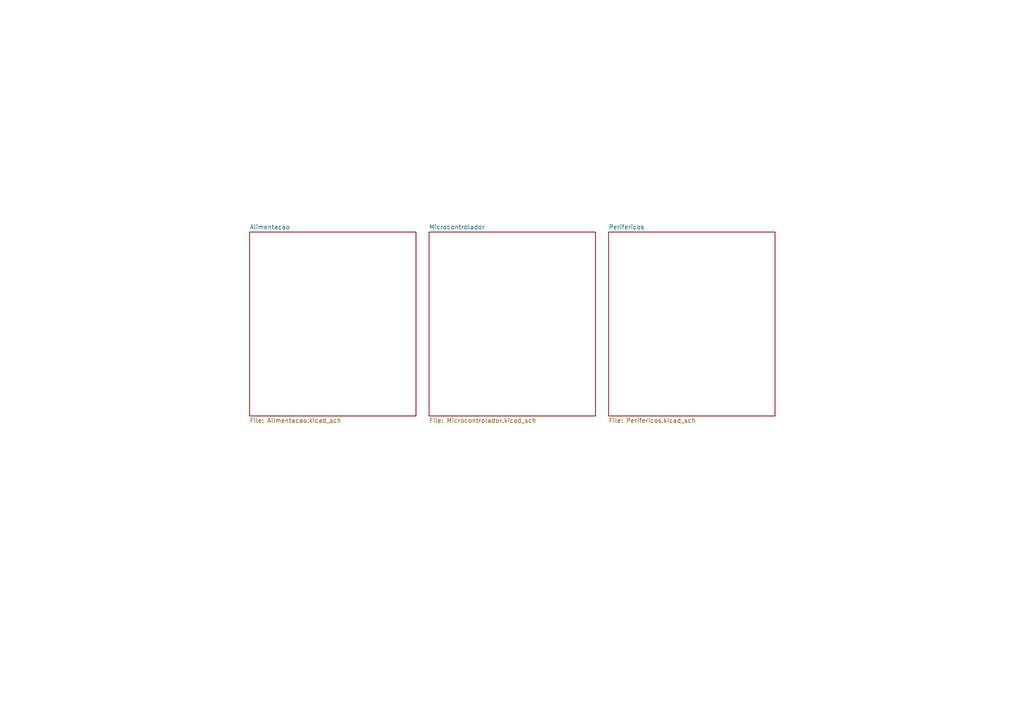
<source format=kicad_sch>
(kicad_sch (version 20211123) (generator eeschema)

  (uuid e63e39d7-6ac0-4ffd-8aa3-1841a4541b55)

  (paper "A4")

  (lib_symbols
  )


  (sheet (at 176.53 67.31) (size 48.26 53.34) (fields_autoplaced)
    (stroke (width 0.1524) (type solid) (color 0 0 0 0))
    (fill (color 0 0 0 0.0000))
    (uuid 59b84cf5-8fad-4fea-b0b7-c97376d20370)
    (property "Sheet name" "Perifericos" (id 0) (at 176.53 66.5984 0)
      (effects (font (size 1.27 1.27)) (justify left bottom))
    )
    (property "Sheet file" "Perifericos.kicad_sch" (id 1) (at 176.53 121.2346 0)
      (effects (font (size 1.27 1.27)) (justify left top))
    )
  )

  (sheet (at 124.46 67.31) (size 48.26 53.34) (fields_autoplaced)
    (stroke (width 0.1524) (type solid) (color 0 0 0 0))
    (fill (color 0 0 0 0.0000))
    (uuid 5c080aa7-74cc-491d-a4fa-a35e9d41b2a9)
    (property "Sheet name" "Microcontrolador" (id 0) (at 124.46 66.5984 0)
      (effects (font (size 1.27 1.27)) (justify left bottom))
    )
    (property "Sheet file" "Microcontrolador.kicad_sch" (id 1) (at 124.46 121.2346 0)
      (effects (font (size 1.27 1.27)) (justify left top))
    )
  )

  (sheet (at 72.39 67.31) (size 48.26 53.34) (fields_autoplaced)
    (stroke (width 0.1524) (type solid) (color 0 0 0 0))
    (fill (color 0 0 0 0.0000))
    (uuid f447e585-df78-4239-b8cb-4653b3837bb1)
    (property "Sheet name" "Alimentacao" (id 0) (at 72.39 66.5984 0)
      (effects (font (size 1.27 1.27)) (justify left bottom))
    )
    (property "Sheet file" "Alimentacao.kicad_sch" (id 1) (at 72.39 121.2346 0)
      (effects (font (size 1.27 1.27)) (justify left top))
    )
  )

  (sheet_instances
    (path "/" (page "1"))
    (path "/f447e585-df78-4239-b8cb-4653b3837bb1" (page "2"))
    (path "/5c080aa7-74cc-491d-a4fa-a35e9d41b2a9" (page "3"))
    (path "/59b84cf5-8fad-4fea-b0b7-c97376d20370" (page "4"))
  )

  (symbol_instances
    (path "/f447e585-df78-4239-b8cb-4653b3837bb1/356dd282-3b89-4fc2-9f45-48274d5e8ce4"
      (reference "#FLG01") (unit 1) (value "PWR_FLAG") (footprint "")
    )
    (path "/f447e585-df78-4239-b8cb-4653b3837bb1/1ab895ab-d2d3-49ae-a6d8-8faa7bbdecec"
      (reference "#FLG02") (unit 1) (value "PWR_FLAG") (footprint "")
    )
    (path "/f447e585-df78-4239-b8cb-4653b3837bb1/f778aadf-244e-4452-90fb-a6aeeb81d996"
      (reference "#FLG03") (unit 1) (value "PWR_FLAG") (footprint "")
    )
    (path "/f447e585-df78-4239-b8cb-4653b3837bb1/daf77b70-e358-4f7f-85bf-16ead36bf2d8"
      (reference "#FLG04") (unit 1) (value "PWR_FLAG") (footprint "")
    )
    (path "/59b84cf5-8fad-4fea-b0b7-c97376d20370/f82df33c-88e5-4de9-945a-2d557c080303"
      (reference "#FLG05") (unit 1) (value "PWR_FLAG") (footprint "")
    )
    (path "/f447e585-df78-4239-b8cb-4653b3837bb1/c417cc6e-95b7-495a-a0cb-46cfa80a7d4d"
      (reference "#PWR01") (unit 1) (value "+BATT") (footprint "")
    )
    (path "/f447e585-df78-4239-b8cb-4653b3837bb1/541c50aa-41e1-4f3f-aab0-46d00c492181"
      (reference "#PWR02") (unit 1) (value "GND") (footprint "")
    )
    (path "/f447e585-df78-4239-b8cb-4653b3837bb1/3ac27189-9446-4dd9-bea8-707e0089b596"
      (reference "#PWR03") (unit 1) (value "GND") (footprint "")
    )
    (path "/5c080aa7-74cc-491d-a4fa-a35e9d41b2a9/c13eef9f-ae9c-4572-9f46-5fdd1510a1fa"
      (reference "#PWR04") (unit 1) (value "VCC") (footprint "")
    )
    (path "/5c080aa7-74cc-491d-a4fa-a35e9d41b2a9/0a4120cb-5073-4714-a8da-9a49188258a4"
      (reference "#PWR05") (unit 1) (value "VCC") (footprint "")
    )
    (path "/f447e585-df78-4239-b8cb-4653b3837bb1/821b8473-d94c-44f9-b212-ef33350ca103"
      (reference "#PWR06") (unit 1) (value "+5V") (footprint "")
    )
    (path "/f447e585-df78-4239-b8cb-4653b3837bb1/0f457b62-78e2-4939-839b-04c876f28f83"
      (reference "#PWR07") (unit 1) (value "VCC") (footprint "")
    )
    (path "/59b84cf5-8fad-4fea-b0b7-c97376d20370/a6c84704-5214-4f3f-bbaf-4c24f44e583a"
      (reference "#PWR08") (unit 1) (value "GND") (footprint "")
    )
    (path "/f447e585-df78-4239-b8cb-4653b3837bb1/992488cc-83e4-4817-87e0-97ee1d3c6619"
      (reference "#PWR09") (unit 1) (value "GND") (footprint "")
    )
    (path "/f447e585-df78-4239-b8cb-4653b3837bb1/b6a50159-da9c-4b28-bd46-5ad1760eede1"
      (reference "#PWR010") (unit 1) (value "VCC") (footprint "")
    )
    (path "/f447e585-df78-4239-b8cb-4653b3837bb1/1c4b02c8-6709-4236-a3db-8a3ed6e1250b"
      (reference "#PWR011") (unit 1) (value "VCC") (footprint "")
    )
    (path "/f447e585-df78-4239-b8cb-4653b3837bb1/db1f6b92-179a-4c80-92d5-7a85455ecfea"
      (reference "#PWR012") (unit 1) (value "GND") (footprint "")
    )
    (path "/f447e585-df78-4239-b8cb-4653b3837bb1/0b40cf2c-142f-4e3e-bd4d-c08b22888c8c"
      (reference "#PWR013") (unit 1) (value "GND") (footprint "")
    )
    (path "/f447e585-df78-4239-b8cb-4653b3837bb1/b88736b5-5d76-4ae2-b1cd-d54b4e9210bf"
      (reference "#PWR014") (unit 1) (value "+5V") (footprint "")
    )
    (path "/f447e585-df78-4239-b8cb-4653b3837bb1/7faa7f5b-e6a5-42a7-862c-e849ff9be354"
      (reference "#PWR015") (unit 1) (value "GND") (footprint "")
    )
    (path "/f447e585-df78-4239-b8cb-4653b3837bb1/e84c2e05-95ec-4bca-860b-fb22eb7ae618"
      (reference "#PWR016") (unit 1) (value "GND") (footprint "")
    )
    (path "/f447e585-df78-4239-b8cb-4653b3837bb1/0d5f5615-1332-408c-b2ea-7c60744532f3"
      (reference "#PWR017") (unit 1) (value "GND") (footprint "")
    )
    (path "/f447e585-df78-4239-b8cb-4653b3837bb1/87d99de0-e475-4d1a-aaf4-b5556331108c"
      (reference "#PWR018") (unit 1) (value "GND") (footprint "")
    )
    (path "/f447e585-df78-4239-b8cb-4653b3837bb1/327ba15d-7f38-44e8-ab25-eca392c7f379"
      (reference "#PWR019") (unit 1) (value "GND") (footprint "")
    )
    (path "/f447e585-df78-4239-b8cb-4653b3837bb1/668bc2fb-a6f4-4c11-9b74-fe27de1a1b38"
      (reference "#PWR020") (unit 1) (value "GND") (footprint "")
    )
    (path "/f447e585-df78-4239-b8cb-4653b3837bb1/81b2108a-9057-42cc-b55d-053cc7d61ede"
      (reference "#PWR021") (unit 1) (value "GND") (footprint "")
    )
    (path "/f447e585-df78-4239-b8cb-4653b3837bb1/d65c14f9-49b4-4ad8-8b31-801af02061d4"
      (reference "#PWR022") (unit 1) (value "GND") (footprint "")
    )
    (path "/5c080aa7-74cc-491d-a4fa-a35e9d41b2a9/e0248574-205a-49de-9026-a3074d1a70fc"
      (reference "#PWR023") (unit 1) (value "VCC") (footprint "")
    )
    (path "/5c080aa7-74cc-491d-a4fa-a35e9d41b2a9/b9d83475-7cbc-4212-b0bb-ef0229d6f5f0"
      (reference "#PWR024") (unit 1) (value "GND") (footprint "")
    )
    (path "/5c080aa7-74cc-491d-a4fa-a35e9d41b2a9/89e97db0-5f4a-4dde-aeae-e86434b6dba7"
      (reference "#PWR025") (unit 1) (value "GND") (footprint "")
    )
    (path "/5c080aa7-74cc-491d-a4fa-a35e9d41b2a9/ff92ec3c-bb9a-4cd0-8480-8134e73ad49a"
      (reference "#PWR026") (unit 1) (value "VCC") (footprint "")
    )
    (path "/5c080aa7-74cc-491d-a4fa-a35e9d41b2a9/80eaa54a-08aa-4ee4-9c1d-c7fa611826a9"
      (reference "#PWR027") (unit 1) (value "VCC") (footprint "")
    )
    (path "/5c080aa7-74cc-491d-a4fa-a35e9d41b2a9/6eb367f9-ea51-4230-a132-8fc5dfa4412a"
      (reference "#PWR028") (unit 1) (value "GND") (footprint "")
    )
    (path "/5c080aa7-74cc-491d-a4fa-a35e9d41b2a9/96a37957-d80e-4b8e-9d32-72d350c7e405"
      (reference "#PWR029") (unit 1) (value "VCC") (footprint "")
    )
    (path "/5c080aa7-74cc-491d-a4fa-a35e9d41b2a9/ebef27ec-5755-420d-9ed1-f2f74ae9557b"
      (reference "#PWR030") (unit 1) (value "GND") (footprint "")
    )
    (path "/5c080aa7-74cc-491d-a4fa-a35e9d41b2a9/ddceb975-e03d-436f-86fa-0e40a94e738f"
      (reference "#PWR031") (unit 1) (value "GND") (footprint "")
    )
    (path "/5c080aa7-74cc-491d-a4fa-a35e9d41b2a9/7ac48c97-4ebe-4193-931a-be3bb29c9b2e"
      (reference "#PWR032") (unit 1) (value "GND") (footprint "")
    )
    (path "/5c080aa7-74cc-491d-a4fa-a35e9d41b2a9/84ef17db-7661-43cf-b8aa-88d2c03cb003"
      (reference "#PWR033") (unit 1) (value "GND") (footprint "")
    )
    (path "/5c080aa7-74cc-491d-a4fa-a35e9d41b2a9/48cf39ce-9e1e-4792-aa95-6d2a0ce86053"
      (reference "#PWR034") (unit 1) (value "GND") (footprint "")
    )
    (path "/5c080aa7-74cc-491d-a4fa-a35e9d41b2a9/6f79e16b-be18-4e94-8e73-bc894888ce76"
      (reference "#PWR035") (unit 1) (value "VDDA") (footprint "")
    )
    (path "/5c080aa7-74cc-491d-a4fa-a35e9d41b2a9/9e40bb9f-348b-4d63-a517-cddcadd8162c"
      (reference "#PWR036") (unit 1) (value "GND") (footprint "")
    )
    (path "/5c080aa7-74cc-491d-a4fa-a35e9d41b2a9/0876c4dd-395c-4772-a5cf-f7ddfebc4239"
      (reference "#PWR037") (unit 1) (value "GND") (footprint "")
    )
    (path "/5c080aa7-74cc-491d-a4fa-a35e9d41b2a9/6a872826-c335-4683-aa10-f7bbc9966469"
      (reference "#PWR038") (unit 1) (value "GND") (footprint "")
    )
    (path "/5c080aa7-74cc-491d-a4fa-a35e9d41b2a9/1b491a1f-0d2a-4ebe-a968-d96048015ba2"
      (reference "#PWR039") (unit 1) (value "GND") (footprint "")
    )
    (path "/5c080aa7-74cc-491d-a4fa-a35e9d41b2a9/131406cc-e5e7-428d-a9c9-1b9ae0573a88"
      (reference "#PWR040") (unit 1) (value "GND") (footprint "")
    )
    (path "/5c080aa7-74cc-491d-a4fa-a35e9d41b2a9/ac2679f0-21c8-4c0f-810b-23f95c1fef2c"
      (reference "#PWR041") (unit 1) (value "GND") (footprint "")
    )
    (path "/5c080aa7-74cc-491d-a4fa-a35e9d41b2a9/e564a980-de07-488c-994e-5066021a84a5"
      (reference "#PWR042") (unit 1) (value "GND") (footprint "")
    )
    (path "/5c080aa7-74cc-491d-a4fa-a35e9d41b2a9/215cc34e-1d0a-4b61-851a-b37e56dd883e"
      (reference "#PWR043") (unit 1) (value "VCC") (footprint "")
    )
    (path "/5c080aa7-74cc-491d-a4fa-a35e9d41b2a9/09517d04-7659-43f1-aa80-fcd0bbf9c7b5"
      (reference "#PWR044") (unit 1) (value "GND") (footprint "")
    )
    (path "/5c080aa7-74cc-491d-a4fa-a35e9d41b2a9/c0ea0020-1648-4bd3-9112-f4f6f2e11ca9"
      (reference "#PWR045") (unit 1) (value "GND") (footprint "")
    )
    (path "/5c080aa7-74cc-491d-a4fa-a35e9d41b2a9/78a6637f-3758-4020-91ba-0f4ff0509a43"
      (reference "#PWR046") (unit 1) (value "VDDA") (footprint "")
    )
    (path "/59b84cf5-8fad-4fea-b0b7-c97376d20370/ea08e61c-83b4-4549-bc98-63092a21711c"
      (reference "#PWR047") (unit 1) (value "GND") (footprint "")
    )
    (path "/59b84cf5-8fad-4fea-b0b7-c97376d20370/b5113034-d22d-47a7-b25a-8f07843f01ff"
      (reference "#PWR048") (unit 1) (value "VDD") (footprint "")
    )
    (path "/59b84cf5-8fad-4fea-b0b7-c97376d20370/d8ac0bdc-1793-418b-b864-a80b3a0a5bda"
      (reference "#PWR049") (unit 1) (value "GND") (footprint "")
    )
    (path "/59b84cf5-8fad-4fea-b0b7-c97376d20370/ace5ab46-37de-4fcc-8506-4b8789b43d4d"
      (reference "#PWR050") (unit 1) (value "GND") (footprint "")
    )
    (path "/59b84cf5-8fad-4fea-b0b7-c97376d20370/5c5840f3-9d0b-49c9-98ba-c40b509ccbc8"
      (reference "#PWR051") (unit 1) (value "GND") (footprint "")
    )
    (path "/59b84cf5-8fad-4fea-b0b7-c97376d20370/c8de0706-3c33-450d-9d0c-1046d28add4d"
      (reference "#PWR052") (unit 1) (value "VDD") (footprint "")
    )
    (path "/59b84cf5-8fad-4fea-b0b7-c97376d20370/13ce92b2-dc7c-4653-840a-3a0589e9db4f"
      (reference "#PWR053") (unit 1) (value "VDD") (footprint "")
    )
    (path "/59b84cf5-8fad-4fea-b0b7-c97376d20370/f20d5e2e-ece3-47e5-8160-12899cb8fddd"
      (reference "#PWR054") (unit 1) (value "GND") (footprint "")
    )
    (path "/59b84cf5-8fad-4fea-b0b7-c97376d20370/caa3d190-2507-42ed-82d9-f9743f59766d"
      (reference "#PWR055") (unit 1) (value "VCC") (footprint "")
    )
    (path "/59b84cf5-8fad-4fea-b0b7-c97376d20370/1dbfe119-2837-4ceb-9076-5a2712ad0b2e"
      (reference "#PWR056") (unit 1) (value "VDD") (footprint "")
    )
    (path "/59b84cf5-8fad-4fea-b0b7-c97376d20370/1f2c9746-24c6-498d-a4be-d64081920190"
      (reference "#PWR057") (unit 1) (value "GND") (footprint "")
    )
    (path "/59b84cf5-8fad-4fea-b0b7-c97376d20370/e95e4adf-6151-4a4c-abd1-f4de4db05223"
      (reference "#PWR058") (unit 1) (value "GND") (footprint "")
    )
    (path "/59b84cf5-8fad-4fea-b0b7-c97376d20370/1a5b3b6b-72f0-4c5f-b599-0c8cfa5b7474"
      (reference "#PWR059") (unit 1) (value "VDDA") (footprint "")
    )
    (path "/59b84cf5-8fad-4fea-b0b7-c97376d20370/45c16f38-dfde-4975-a67e-f56fc51f71b5"
      (reference "#PWR061") (unit 1) (value "GND") (footprint "")
    )
    (path "/59b84cf5-8fad-4fea-b0b7-c97376d20370/1cc601a7-e41c-42e1-8bcc-be44114d71cd"
      (reference "#PWR063") (unit 1) (value "GND") (footprint "")
    )
    (path "/59b84cf5-8fad-4fea-b0b7-c97376d20370/2b0c00bf-310f-4552-83f8-7ae75664003b"
      (reference "#PWR064") (unit 1) (value "GND") (footprint "")
    )
    (path "/59b84cf5-8fad-4fea-b0b7-c97376d20370/46ad2e35-aa6d-45d5-9697-703098bfb093"
      (reference "#PWR065") (unit 1) (value "GND") (footprint "")
    )
    (path "/59b84cf5-8fad-4fea-b0b7-c97376d20370/58a3e919-ed72-4c2f-988d-87c8c06edf17"
      (reference "#PWR066") (unit 1) (value "GND") (footprint "")
    )
    (path "/59b84cf5-8fad-4fea-b0b7-c97376d20370/12d4bf7f-a6da-4d8c-af0b-937e9b1f9dba"
      (reference "#PWR067") (unit 1) (value "GND") (footprint "")
    )
    (path "/59b84cf5-8fad-4fea-b0b7-c97376d20370/8a76e496-95d1-43dd-aeaa-3e210384cde3"
      (reference "#PWR068") (unit 1) (value "VCC") (footprint "")
    )
    (path "/59b84cf5-8fad-4fea-b0b7-c97376d20370/6ff4a66a-8d41-4118-9e10-3a1f743f7429"
      (reference "#PWR069") (unit 1) (value "VCC") (footprint "")
    )
    (path "/59b84cf5-8fad-4fea-b0b7-c97376d20370/9ea260a2-5756-4437-91ce-f1227c78d709"
      (reference "#PWR070") (unit 1) (value "VCC") (footprint "")
    )
    (path "/59b84cf5-8fad-4fea-b0b7-c97376d20370/8d5013e0-c1fb-4b22-b7ec-7ff538ffd2ca"
      (reference "#PWR071") (unit 1) (value "GND") (footprint "")
    )
    (path "/59b84cf5-8fad-4fea-b0b7-c97376d20370/675da010-62c2-4c5c-a01b-454de9cef82c"
      (reference "#PWR072") (unit 1) (value "GND") (footprint "")
    )
    (path "/59b84cf5-8fad-4fea-b0b7-c97376d20370/55f26382-3fd9-435d-b450-07e9629ad9ff"
      (reference "#PWR074") (unit 1) (value "GND") (footprint "")
    )
    (path "/59b84cf5-8fad-4fea-b0b7-c97376d20370/53cdf584-3f57-4286-8090-10815e896117"
      (reference "#PWR075") (unit 1) (value "GND") (footprint "")
    )
    (path "/59b84cf5-8fad-4fea-b0b7-c97376d20370/d5eb0ba4-4810-4c2d-b211-9c14d67103dc"
      (reference "#PWR076") (unit 1) (value "GND") (footprint "")
    )
    (path "/f447e585-df78-4239-b8cb-4653b3837bb1/4a695d50-1b0f-4e0b-906e-604e9c972d5c"
      (reference "#PWR077") (unit 1) (value "GND") (footprint "")
    )
    (path "/59b84cf5-8fad-4fea-b0b7-c97376d20370/1b1f6ade-3837-452d-9d9e-a1e8b863cf33"
      (reference "#PWR078") (unit 1) (value "GND") (footprint "")
    )
    (path "/59b84cf5-8fad-4fea-b0b7-c97376d20370/612dae41-4720-4d59-9e45-92f3d3341daa"
      (reference "#PWR083") (unit 1) (value "GND") (footprint "")
    )
    (path "/59b84cf5-8fad-4fea-b0b7-c97376d20370/078960a2-3f45-46d9-aa8b-3229fb55e23b"
      (reference "#PWR084") (unit 1) (value "GND") (footprint "")
    )
    (path "/59b84cf5-8fad-4fea-b0b7-c97376d20370/054a064a-9af0-49ac-b440-30a35afb4a47"
      (reference "#PWR085") (unit 1) (value "VCC") (footprint "")
    )
    (path "/59b84cf5-8fad-4fea-b0b7-c97376d20370/a821ff57-105e-4f10-afc5-a43a73b78e42"
      (reference "#PWR086") (unit 1) (value "GND") (footprint "")
    )
    (path "/59b84cf5-8fad-4fea-b0b7-c97376d20370/13c3c3c2-ea73-48af-bb78-813ad8b47bef"
      (reference "#PWR087") (unit 1) (value "VCC") (footprint "")
    )
    (path "/f447e585-df78-4239-b8cb-4653b3837bb1/84506c02-319d-41e9-a844-98920f1498b7"
      (reference "#PWR0101") (unit 1) (value "+BATT") (footprint "")
    )
    (path "/f447e585-df78-4239-b8cb-4653b3837bb1/241b96ea-588c-4e15-8522-1608c2da59db"
      (reference "#PWR0102") (unit 1) (value "+5V") (footprint "")
    )
    (path "/f447e585-df78-4239-b8cb-4653b3837bb1/d8ef7f96-cc14-4e47-a4ed-ef7c0854d09b"
      (reference "#PWR0103") (unit 1) (value "GND") (footprint "")
    )
    (path "/59b84cf5-8fad-4fea-b0b7-c97376d20370/0a673264-8f3e-4815-8b3a-83710dc258c9"
      (reference "#PWR0104") (unit 1) (value "VCC") (footprint "")
    )
    (path "/59b84cf5-8fad-4fea-b0b7-c97376d20370/0b6c0a91-b52d-4b04-aa78-729155de2d10"
      (reference "#PWR0105") (unit 1) (value "GND") (footprint "")
    )
    (path "/59b84cf5-8fad-4fea-b0b7-c97376d20370/7518c1ca-246c-491a-ab73-82decdd825da"
      (reference "#PWR0106") (unit 1) (value "GND") (footprint "")
    )
    (path "/59b84cf5-8fad-4fea-b0b7-c97376d20370/98c843e0-e8ec-4df6-99b1-11cc99100ee7"
      (reference "#PWR0107") (unit 1) (value "GND") (footprint "")
    )
    (path "/59b84cf5-8fad-4fea-b0b7-c97376d20370/aff1c824-87f1-4da2-906c-15aec80ec9f4"
      (reference "#PWR0108") (unit 1) (value "VDD") (footprint "")
    )
    (path "/f447e585-df78-4239-b8cb-4653b3837bb1/43a3e8a3-669d-41d7-a052-2d4b5e829645"
      (reference "C1") (unit 1) (value "4.7uF") (footprint "Capacitor_SMD:C_0603_1608Metric")
    )
    (path "/f447e585-df78-4239-b8cb-4653b3837bb1/8a3d61ea-4d37-4abd-af6e-f2c969a6dc9c"
      (reference "C2") (unit 1) (value "10uF") (footprint "Capacitor_SMD:C_0603_1608Metric")
    )
    (path "/f447e585-df78-4239-b8cb-4653b3837bb1/449ba040-f8ff-4229-b91c-413a62ce1b41"
      (reference "C3") (unit 1) (value "100nF") (footprint "Capacitor_SMD:C_0402_1005Metric")
    )
    (path "/f447e585-df78-4239-b8cb-4653b3837bb1/526fe3c1-5e52-483e-973f-a9aaecf8b3a4"
      (reference "C4") (unit 1) (value "100nF") (footprint "Capacitor_SMD:C_0402_1005Metric")
    )
    (path "/f447e585-df78-4239-b8cb-4653b3837bb1/326e7e4d-8909-44e4-a78d-cc5202d86ee5"
      (reference "C5") (unit 1) (value "22uF") (footprint "Capacitor_SMD:C_0603_1608Metric")
    )
    (path "/f447e585-df78-4239-b8cb-4653b3837bb1/c4dc80cb-22f1-41f3-a41c-e35d35ada942"
      (reference "C6") (unit 1) (value "22uF") (footprint "Capacitor_SMD:C_0603_1608Metric")
    )
    (path "/f447e585-df78-4239-b8cb-4653b3837bb1/75a0207d-9e8b-469e-9280-6141ef770821"
      (reference "C7") (unit 1) (value "22uF") (footprint "Capacitor_SMD:C_0603_1608Metric")
    )
    (path "/5c080aa7-74cc-491d-a4fa-a35e9d41b2a9/445391b4-eb4c-47dc-9769-1479ed41a761"
      (reference "C8") (unit 1) (value "4.7uF") (footprint "Capacitor_SMD:C_0603_1608Metric")
    )
    (path "/5c080aa7-74cc-491d-a4fa-a35e9d41b2a9/841b60a4-3888-4360-a243-d963cd11ff0b"
      (reference "C9") (unit 1) (value "100nF") (footprint "Capacitor_SMD:C_0402_1005Metric")
    )
    (path "/5c080aa7-74cc-491d-a4fa-a35e9d41b2a9/2ece63b8-349a-453a-8c5a-0053aa4b4461"
      (reference "C10") (unit 1) (value "10nF") (footprint "Capacitor_SMD:C_0603_1608Metric")
    )
    (path "/5c080aa7-74cc-491d-a4fa-a35e9d41b2a9/7042817a-cf98-4207-a533-7dd60c1eacc0"
      (reference "C11") (unit 1) (value "10nF") (footprint "Capacitor_SMD:C_0603_1608Metric")
    )
    (path "/5c080aa7-74cc-491d-a4fa-a35e9d41b2a9/4f313acb-ba33-4147-91fe-512db4a91547"
      (reference "C12") (unit 1) (value "100nF") (footprint "Capacitor_SMD:C_0402_1005Metric")
    )
    (path "/5c080aa7-74cc-491d-a4fa-a35e9d41b2a9/5025bf25-9546-4af9-9241-0bcfa4279aa0"
      (reference "C13") (unit 1) (value "1uF") (footprint "Capacitor_SMD:C_0402_1005Metric")
    )
    (path "/5c080aa7-74cc-491d-a4fa-a35e9d41b2a9/6a6087c0-1ad6-4c74-bf90-3af1926729e4"
      (reference "C14") (unit 1) (value "100nF") (footprint "Capacitor_SMD:C_0402_1005Metric")
    )
    (path "/5c080aa7-74cc-491d-a4fa-a35e9d41b2a9/2f6e00ee-b073-4b15-bb07-a0fb7f966cec"
      (reference "C15") (unit 1) (value "10nF") (footprint "Capacitor_SMD:C_0402_1005Metric")
    )
    (path "/5c080aa7-74cc-491d-a4fa-a35e9d41b2a9/1164edf8-72f9-4fb4-ab26-64727fd29fe1"
      (reference "C16") (unit 1) (value "100nF") (footprint "Capacitor_SMD:C_0402_1005Metric")
    )
    (path "/5c080aa7-74cc-491d-a4fa-a35e9d41b2a9/91fd23e9-5697-4bfb-bb40-fb84f2b4a015"
      (reference "C17") (unit 1) (value "12pF") (footprint "Capacitor_SMD:C_0402_1005Metric")
    )
    (path "/5c080aa7-74cc-491d-a4fa-a35e9d41b2a9/cb832405-94be-47fd-9446-a21962143bf1"
      (reference "C18") (unit 1) (value "100nF") (footprint "Capacitor_SMD:C_0402_1005Metric")
    )
    (path "/5c080aa7-74cc-491d-a4fa-a35e9d41b2a9/f00958ce-ca5f-489e-bbc1-9cced2ac1061"
      (reference "C19") (unit 1) (value "12pF") (footprint "Capacitor_SMD:C_0402_1005Metric")
    )
    (path "/59b84cf5-8fad-4fea-b0b7-c97376d20370/154356df-d96a-4426-aa08-058870f95ab8"
      (reference "C20") (unit 1) (value "100nF") (footprint "Capacitor_SMD:C_0603_1608Metric")
    )
    (path "/59b84cf5-8fad-4fea-b0b7-c97376d20370/4ebeaefd-3440-4a18-b3d2-9368b1ba62fd"
      (reference "C21") (unit 1) (value "100nF") (footprint "Capacitor_SMD:C_0603_1608Metric")
    )
    (path "/59b84cf5-8fad-4fea-b0b7-c97376d20370/86c709b5-f359-46e8-9515-263fcab22b0a"
      (reference "C23") (unit 1) (value "22pF") (footprint "Capacitor_SMD:C_0402_1005Metric")
    )
    (path "/59b84cf5-8fad-4fea-b0b7-c97376d20370/bd5cc78f-352d-4ba1-801c-4894750d77d3"
      (reference "C24") (unit 1) (value "22pF") (footprint "Capacitor_SMD:C_0402_1005Metric")
    )
    (path "/59b84cf5-8fad-4fea-b0b7-c97376d20370/307e6e40-9302-46d3-83cb-d6465dec096e"
      (reference "C25") (unit 1) (value "100nF") (footprint "Capacitor_SMD:C_0402_1005Metric")
    )
    (path "/59b84cf5-8fad-4fea-b0b7-c97376d20370/584e14af-7cda-47cc-944c-e4ca9192d7f3"
      (reference "C26") (unit 1) (value "22pF") (footprint "Capacitor_SMD:C_0402_1005Metric")
    )
    (path "/59b84cf5-8fad-4fea-b0b7-c97376d20370/91d4baa6-de13-4b15-a05c-349d000f9daa"
      (reference "C27") (unit 1) (value "220uF") (footprint "Capacitor_Tantalum_SMD:CP_EIA-3528-12_Kemet-T")
    )
    (path "/59b84cf5-8fad-4fea-b0b7-c97376d20370/2d277068-754c-4675-8b3b-096c1cf167a5"
      (reference "C28") (unit 1) (value "220uF") (footprint "Capacitor_Tantalum_SMD:CP_EIA-3528-12_Kemet-T")
    )
    (path "/59b84cf5-8fad-4fea-b0b7-c97376d20370/71b8b32b-5903-45e0-9721-f6a661610aba"
      (reference "C29") (unit 1) (value "100nF") (footprint "Capacitor_SMD:C_0402_1005Metric")
    )
    (path "/59b84cf5-8fad-4fea-b0b7-c97376d20370/8a92bc21-be75-4d9a-9ae1-0e2f214d7795"
      (reference "C30") (unit 1) (value "1uF") (footprint "Capacitor_SMD:C_0402_1005Metric")
    )
    (path "/59b84cf5-8fad-4fea-b0b7-c97376d20370/d99988b4-f8db-4987-87b0-46562e3c2158"
      (reference "C31") (unit 1) (value "100nF") (footprint "Capacitor_SMD:C_0402_1005Metric")
    )
    (path "/59b84cf5-8fad-4fea-b0b7-c97376d20370/2d43e50b-1458-418b-9ec9-aaa78002d7e0"
      (reference "C32") (unit 1) (value "220uF") (footprint "Capacitor_Tantalum_SMD:CP_EIA-3528-12_Kemet-T")
    )
    (path "/59b84cf5-8fad-4fea-b0b7-c97376d20370/c2325d67-0bb0-43e5-b9fe-d67534e4dfad"
      (reference "C34") (unit 1) (value "100nF") (footprint "Capacitor_SMD:C_0402_1005Metric")
    )
    (path "/59b84cf5-8fad-4fea-b0b7-c97376d20370/0f6a3a6c-4738-4ce7-87bb-bbc1eb6a4b0b"
      (reference "C37") (unit 1) (value "220uF") (footprint "Capacitor_Tantalum_SMD:CP_EIA-3528-12_Kemet-T")
    )
    (path "/59b84cf5-8fad-4fea-b0b7-c97376d20370/b90dd60b-3718-48dc-bf42-fbe1c7fffc63"
      (reference "C38") (unit 1) (value "100uF") (footprint "Capacitor_SMD:C_1206_3216Metric")
    )
    (path "/59b84cf5-8fad-4fea-b0b7-c97376d20370/bdc7d4eb-120c-4260-809a-5b1774f3d6db"
      (reference "C39") (unit 1) (value "100nF") (footprint "Capacitor_SMD:C_0402_1005Metric")
    )
    (path "/f447e585-df78-4239-b8cb-4653b3837bb1/5d1bd662-d4f1-43e2-b82f-f95b9618b332"
      (reference "D1") (unit 1) (value "PWR_LED") (footprint "LED_SMD:LED_0603_1608Metric")
    )
    (path "/5c080aa7-74cc-491d-a4fa-a35e9d41b2a9/f0f09bd9-3436-42a6-a6de-416adfc1e836"
      (reference "D2") (unit 1) (value "LED_INFO") (footprint "LED_SMD:LED_0603_1608Metric")
    )
    (path "/59b84cf5-8fad-4fea-b0b7-c97376d20370/169bb170-8b67-4dde-9a35-aaf71eda0e05"
      (reference "D3") (unit 1) (value "LED_NET") (footprint "LED_SMD:LED_0603_1608Metric")
    )
    (path "/59b84cf5-8fad-4fea-b0b7-c97376d20370/7bb6d996-da56-415f-a269-973233fabfc5"
      (reference "D4") (unit 1) (value "PESDHC2FD4V5B") (footprint "Footprint_Library:D_TVS_DFN1006-2L")
    )
    (path "/59b84cf5-8fad-4fea-b0b7-c97376d20370/eeb5c08e-b730-4d38-8903-3927ad475cc8"
      (reference "D6") (unit 1) (value "PESDHC2FD4V5B") (footprint "Footprint_Library:D_TVS_DFN1006-2L")
    )
    (path "/59b84cf5-8fad-4fea-b0b7-c97376d20370/7d7d6c78-4f7b-4a5a-8452-2c6534a95b86"
      (reference "D7") (unit 1) (value "LED_STATUS") (footprint "LED_SMD:LED_0603_1608Metric")
    )
    (path "/59b84cf5-8fad-4fea-b0b7-c97376d20370/2befb1fe-3ee5-42e3-b35c-b620c1ba6c8e"
      (reference "D8") (unit 1) (value "PESDHC2FD4V5B") (footprint "Footprint_Library:D_TVS_DFN1006-2L")
    )
    (path "/5c080aa7-74cc-491d-a4fa-a35e9d41b2a9/d696fad6-3c21-433c-ae58-a04575dfae14"
      (reference "H1") (unit 1) (value "SupPCB") (footprint "MountingHole:MountingHole_2.2mm_M2")
    )
    (path "/5c080aa7-74cc-491d-a4fa-a35e9d41b2a9/c48a2ee7-80f5-4020-96da-3a8a512137de"
      (reference "H2") (unit 1) (value "SupPCB") (footprint "MountingHole:MountingHole_2.2mm_M2")
    )
    (path "/5c080aa7-74cc-491d-a4fa-a35e9d41b2a9/12402782-b27d-4cd0-be02-56271ce2dd75"
      (reference "H3") (unit 1) (value "SupPCB") (footprint "MountingHole:MountingHole_2.2mm_M2")
    )
    (path "/5c080aa7-74cc-491d-a4fa-a35e9d41b2a9/edad07e7-4e5d-499a-a33e-f60e50b785c6"
      (reference "H4") (unit 1) (value "SupPCB") (footprint "MountingHole:MountingHole_2.2mm_M2")
    )
    (path "/5c080aa7-74cc-491d-a4fa-a35e9d41b2a9/2516e1bf-746d-4187-82cd-467eb98e7b32"
      (reference "H5") (unit 1) (value "ToolingHole") (footprint "Footprint_Library:JLCPCB_ToolingHole")
    )
    (path "/5c080aa7-74cc-491d-a4fa-a35e9d41b2a9/56683569-93c4-433c-bda0-c6c8ec227b2a"
      (reference "H6") (unit 1) (value "ToolingHole") (footprint "Footprint_Library:JLCPCB_ToolingHole")
    )
    (path "/5c080aa7-74cc-491d-a4fa-a35e9d41b2a9/e30a90bd-ba79-4899-be07-cec227cd37e8"
      (reference "H7") (unit 1) (value "ToolingHole") (footprint "Footprint_Library:JLCPCB_ToolingHole")
    )
    (path "/f447e585-df78-4239-b8cb-4653b3837bb1/0370f871-95aa-400c-a7ec-0f1ee6160e96"
      (reference "J1") (unit 1) (value "GND") (footprint "Connector_PinHeader_2.54mm:PinHeader_1x04_P2.54mm_Vertical")
    )
    (path "/f447e585-df78-4239-b8cb-4653b3837bb1/bf7a530f-5a3f-4055-b535-46f3ded480e8"
      (reference "J2") (unit 1) (value "BATT") (footprint "Footprint_Library:ScrewTerminal_1x2P_P5mm")
    )
    (path "/f447e585-df78-4239-b8cb-4653b3837bb1/bf4b406d-40b3-4ca8-9713-aad559930f58"
      (reference "J3") (unit 1) (value "USB_B_Micro") (footprint "Footprint_Library:USB_Micro_B-Dealon_USB-MR-D-015")
    )
    (path "/f447e585-df78-4239-b8cb-4653b3837bb1/285a96dc-c524-418d-88f2-b42a40e8df93"
      (reference "J4") (unit 1) (value "VCC") (footprint "Connector_PinHeader_2.54mm:PinHeader_1x04_P2.54mm_Vertical")
    )
    (path "/f447e585-df78-4239-b8cb-4653b3837bb1/b69075ad-6a46-424c-8029-77c92d89d5f7"
      (reference "J5") (unit 1) (value "JP_SHUNT") (footprint "Connector_PinHeader_2.54mm:PinHeader_1x03_P2.54mm_Vertical_SMD_Pin1Left")
    )
    (path "/f447e585-df78-4239-b8cb-4653b3837bb1/7ded8c7b-37aa-49f3-bf98-cf5249f6f05e"
      (reference "J7") (unit 1) (value "JP_BOOST/USB") (footprint "Connector_PinHeader_2.54mm:PinHeader_1x03_P2.54mm_Vertical")
    )
    (path "/f447e585-df78-4239-b8cb-4653b3837bb1/7f37848e-eeb4-4fdb-9c4d-6757b81d05b1"
      (reference "J8") (unit 1) (value "R_SHUNT") (footprint "Connector_PinHeader_2.54mm:PinHeader_1x03_P2.54mm_Vertical_SMD_Pin1Left")
    )
    (path "/5c080aa7-74cc-491d-a4fa-a35e9d41b2a9/23ab7654-ec9a-493f-bb64-293541f3f2be"
      (reference "J9") (unit 1) (value "SWD/ExtTrig") (footprint "Connector_PinHeader_2.54mm:PinHeader_1x07_P2.54mm_Vertical")
    )
    (path "/59b84cf5-8fad-4fea-b0b7-c97376d20370/f520a103-7fca-450c-bf18-99ff978ed05c"
      (reference "J10") (unit 1) (value "AJ-SR04M") (footprint "IC_LabTel:AJ-SR04M")
    )
    (path "/5c080aa7-74cc-491d-a4fa-a35e9d41b2a9/13ebd9c7-c178-49b5-8180-ea8f66a537a9"
      (reference "J11") (unit 1) (value "I2C") (footprint "Connector_PinHeader_2.54mm:PinHeader_1x02_P2.54mm_Vertical")
    )
    (path "/59b84cf5-8fad-4fea-b0b7-c97376d20370/af76c2a5-33a6-4b98-b039-12b91d8ddb19"
      (reference "J12") (unit 1) (value "SIM_Card") (footprint "Footprint_Library:NanoSIMCard-Socket_ZX-NSIM-281.4J")
    )
    (path "/59b84cf5-8fad-4fea-b0b7-c97376d20370/06b5be5a-eec3-4bb4-828b-2e5adf8e59e1"
      (reference "J13") (unit 1) (value "NB_USB") (footprint "Connector_PinHeader_2.54mm:PinHeader_1x04_P2.54mm_Vertical")
    )
    (path "/59b84cf5-8fad-4fea-b0b7-c97376d20370/9271ee1a-6a01-4090-83b2-54bccbc1e839"
      (reference "J14") (unit 1) (value "IPEX") (footprint "Footprint_Library:Conn_RF_Receptacle_SMT-TE_2337019-1")
    )
    (path "/59b84cf5-8fad-4fea-b0b7-c97376d20370/2a6f2591-0e2e-4594-99b3-a4b637bd9569"
      (reference "J15") (unit 1) (value "NB_MÓDULO") (footprint "Connector_PinHeader_2.54mm:PinHeader_1x05_P2.54mm_Vertical")
    )
    (path "/f447e585-df78-4239-b8cb-4653b3837bb1/69e0a4e5-f78c-489e-8d61-d955a2856815"
      (reference "L1") (unit 1) (value "2.2uH") (footprint "Footprint_Library:L_SMD-FNR4030S2R2MT")
    )
    (path "/5c080aa7-74cc-491d-a4fa-a35e9d41b2a9/6d259954-b392-4c68-8af7-40471a01121c"
      (reference "L2") (unit 1) (value "39nH") (footprint "Inductor_SMD:L_0603_1608Metric")
    )
    (path "/59b84cf5-8fad-4fea-b0b7-c97376d20370/3c76fe28-42ff-4fc7-8130-e70611c386de"
      (reference "Q1") (unit 1) (value "AO3401A") (footprint "Package_TO_SOT_SMD:SOT-23")
    )
    (path "/59b84cf5-8fad-4fea-b0b7-c97376d20370/43193068-1cff-4878-acfd-4f3c701e1df0"
      (reference "Q2") (unit 1) (value "AO3400A") (footprint "Package_TO_SOT_SMD:SOT-23")
    )
    (path "/59b84cf5-8fad-4fea-b0b7-c97376d20370/14cd7d3e-f4c2-4065-8c42-56485c1d82e1"
      (reference "Q3") (unit 1) (value "AO3401A") (footprint "Package_TO_SOT_SMD:SOT-23")
    )
    (path "/59b84cf5-8fad-4fea-b0b7-c97376d20370/dcbdcba3-bb04-4b44-af7a-aa3217f6041e"
      (reference "Q4") (unit 1) (value "AO3400A") (footprint "Package_TO_SOT_SMD:SOT-23")
    )
    (path "/59b84cf5-8fad-4fea-b0b7-c97376d20370/43ae949f-3963-436e-8ca0-f9f3f1412fc4"
      (reference "Q5") (unit 1) (value "AO3400A") (footprint "Package_TO_SOT_SMD:SOT-23")
    )
    (path "/59b84cf5-8fad-4fea-b0b7-c97376d20370/d6d3cca9-2c6a-49f3-81e8-cbf5cf0f589e"
      (reference "Q6") (unit 1) (value "MMBT3904") (footprint "Footprint_Library:TBJ_SOT-23")
    )
    (path "/59b84cf5-8fad-4fea-b0b7-c97376d20370/176463c1-f7a9-47c2-be13-b8b0a54cbed1"
      (reference "Q7") (unit 1) (value "MMBT3904") (footprint "Footprint_Library:TBJ_SOT-23")
    )
    (path "/59b84cf5-8fad-4fea-b0b7-c97376d20370/a4c33cc9-a59e-43e8-8cf5-b37b35f1894d"
      (reference "Q8") (unit 1) (value "AO3400A") (footprint "Package_TO_SOT_SMD:SOT-23")
    )
    (path "/f447e585-df78-4239-b8cb-4653b3837bb1/20d55a3b-6858-4aaf-9fce-a45e71af9849"
      (reference "Q9") (unit 1) (value "DP3415") (footprint "Footprint_Library:PMOS_DP3415_SOT-23")
    )
    (path "/f447e585-df78-4239-b8cb-4653b3837bb1/8a4e89ff-1380-417a-a1b0-00defa26d573"
      (reference "R1") (unit 1) (value "0R15/2W") (footprint "Resistor_SMD:R_2512_6332Metric")
    )
    (path "/f447e585-df78-4239-b8cb-4653b3837bb1/f523aee7-4ae5-4303-9c8e-bafb0f90ba3b"
      (reference "R2") (unit 1) (value "1k") (footprint "Resistor_SMD:R_0603_1608Metric")
    )
    (path "/5c080aa7-74cc-491d-a4fa-a35e9d41b2a9/b71d0bc3-8398-4f5d-8f74-1ec0827454a4"
      (reference "R3") (unit 1) (value "1k") (footprint "Resistor_SMD:R_0603_1608Metric")
    )
    (path "/5c080aa7-74cc-491d-a4fa-a35e9d41b2a9/e1691612-1ed0-4268-9a40-0554eee0a424"
      (reference "R4") (unit 1) (value "1k") (footprint "Resistor_SMD:R_0603_1608Metric")
    )
    (path "/5c080aa7-74cc-491d-a4fa-a35e9d41b2a9/a1cf6869-917d-41f7-be1b-141afd99dc97"
      (reference "R5") (unit 1) (value "10k") (footprint "Resistor_SMD:R_0603_1608Metric")
    )
    (path "/5c080aa7-74cc-491d-a4fa-a35e9d41b2a9/41ad93d9-1dc3-4480-972e-09d9405e05b5"
      (reference "R6") (unit 1) (value "10k") (footprint "Resistor_SMD:R_0603_1608Metric")
    )
    (path "/5c080aa7-74cc-491d-a4fa-a35e9d41b2a9/4d24fb01-c01f-4642-ba0e-6c3b7166cc29"
      (reference "R7") (unit 1) (value "10k") (footprint "Resistor_SMD:R_0603_1608Metric")
    )
    (path "/5c080aa7-74cc-491d-a4fa-a35e9d41b2a9/1763d7fa-0744-4938-bee6-1f935f651c02"
      (reference "R8") (unit 1) (value "47") (footprint "Resistor_SMD:R_0402_1005Metric")
    )
    (path "/59b84cf5-8fad-4fea-b0b7-c97376d20370/5e7d419f-bcab-441d-933c-3502299429ac"
      (reference "R9") (unit 1) (value "10k") (footprint "Resistor_SMD:R_0603_1608Metric")
    )
    (path "/59b84cf5-8fad-4fea-b0b7-c97376d20370/9eb2ec51-57b8-437b-8c22-96b9575c6bb7"
      (reference "R10") (unit 1) (value "1k") (footprint "Resistor_SMD:R_0603_1608Metric")
    )
    (path "/59b84cf5-8fad-4fea-b0b7-c97376d20370/48b45ab3-c65c-4290-83df-e104372e0068"
      (reference "R11") (unit 1) (value "51k") (footprint "Resistor_SMD:R_0603_1608Metric")
    )
    (path "/59b84cf5-8fad-4fea-b0b7-c97376d20370/7e18e12c-5ece-4506-82fb-50adf1240d28"
      (reference "R12") (unit 1) (value "4k7") (footprint "Resistor_SMD:R_0603_1608Metric")
    )
    (path "/59b84cf5-8fad-4fea-b0b7-c97376d20370/218d417e-13b9-4ac5-acef-1f0b481b084a"
      (reference "R13") (unit 1) (value "51k") (footprint "Resistor_SMD:R_0603_1608Metric")
    )
    (path "/59b84cf5-8fad-4fea-b0b7-c97376d20370/de4530c2-632a-459a-874e-425e6e7659da"
      (reference "R14") (unit 1) (value "1k") (footprint "Resistor_SMD:R_0603_1608Metric")
    )
    (path "/59b84cf5-8fad-4fea-b0b7-c97376d20370/2dce7da3-6d93-4c6b-8a9e-b207c78c65b1"
      (reference "R15") (unit 1) (value "51k") (footprint "Resistor_SMD:R_0603_1608Metric")
    )
    (path "/59b84cf5-8fad-4fea-b0b7-c97376d20370/36ea6108-d8c8-4613-a374-c07ecf618e04"
      (reference "R16") (unit 1) (value "1k") (footprint "Resistor_SMD:R_0603_1608Metric")
    )
    (path "/59b84cf5-8fad-4fea-b0b7-c97376d20370/b89d35b9-ccda-4ed1-866c-377644e09952"
      (reference "R17") (unit 1) (value "100k") (footprint "Resistor_SMD:R_0603_1608Metric")
    )
    (path "/5c080aa7-74cc-491d-a4fa-a35e9d41b2a9/5b2b96cc-ab45-41ce-8782-309d9d8f28be"
      (reference "R18") (unit 1) (value "10k") (footprint "Resistor_SMD:R_0603_1608Metric")
    )
    (path "/5c080aa7-74cc-491d-a4fa-a35e9d41b2a9/8456a15f-c471-4495-952e-a7014091f4e3"
      (reference "R19") (unit 1) (value "10k") (footprint "Resistor_SMD:R_0603_1608Metric")
    )
    (path "/59b84cf5-8fad-4fea-b0b7-c97376d20370/b0b0d56a-0e8a-4015-900f-fccbee0aed31"
      (reference "R20") (unit 1) (value "4k7") (footprint "Resistor_SMD:R_0603_1608Metric")
    )
    (path "/59b84cf5-8fad-4fea-b0b7-c97376d20370/1322b690-3418-4b8d-b175-d1e3a14239e2"
      (reference "R21") (unit 1) (value "51k") (footprint "Resistor_SMD:R_0603_1608Metric")
    )
    (path "/59b84cf5-8fad-4fea-b0b7-c97376d20370/95f2627c-a938-493b-9e2b-23753babb0b5"
      (reference "R22") (unit 1) (value "22R") (footprint "Resistor_SMD:R_0402_1005Metric")
    )
    (path "/59b84cf5-8fad-4fea-b0b7-c97376d20370/e7fe56b9-ec9b-4158-93e3-1ac007aa932d"
      (reference "R23") (unit 1) (value "1k") (footprint "Resistor_SMD:R_0603_1608Metric")
    )
    (path "/59b84cf5-8fad-4fea-b0b7-c97376d20370/c3572622-2c93-4f64-bd81-3cfef9e264ed"
      (reference "R24") (unit 1) (value "22R") (footprint "Resistor_SMD:R_0402_1005Metric")
    )
    (path "/59b84cf5-8fad-4fea-b0b7-c97376d20370/8b94910a-d494-46d7-81ef-20b61a0fbc9d"
      (reference "R25") (unit 1) (value "22R") (footprint "Resistor_SMD:R_0402_1005Metric")
    )
    (path "/59b84cf5-8fad-4fea-b0b7-c97376d20370/b21d3500-4059-4879-9798-5afcce112043"
      (reference "R26") (unit 1) (value "47k") (footprint "Resistor_SMD:R_0603_1608Metric")
    )
    (path "/59b84cf5-8fad-4fea-b0b7-c97376d20370/bb9704ad-9044-444f-a551-c12f3b0ffc25"
      (reference "R27") (unit 1) (value "4k7") (footprint "Resistor_SMD:R_0603_1608Metric")
    )
    (path "/59b84cf5-8fad-4fea-b0b7-c97376d20370/e78e8742-7a6c-40e2-88aa-286445478203"
      (reference "R28") (unit 1) (value "4k7") (footprint "Resistor_SMD:R_0603_1608Metric")
    )
    (path "/59b84cf5-8fad-4fea-b0b7-c97376d20370/321f3132-49a3-4498-bd24-b6efd10f3539"
      (reference "R29") (unit 1) (value "51k") (footprint "Resistor_SMD:R_0603_1608Metric")
    )
    (path "/59b84cf5-8fad-4fea-b0b7-c97376d20370/912999a1-effe-48a1-ae3d-b5e895c1ea23"
      (reference "R30") (unit 1) (value "4k7") (footprint "Resistor_SMD:R_0603_1608Metric")
    )
    (path "/59b84cf5-8fad-4fea-b0b7-c97376d20370/4b226188-70c1-4d25-963f-ee68523e8f33"
      (reference "R31") (unit 1) (value "51k") (footprint "Resistor_SMD:R_0603_1608Metric")
    )
    (path "/59b84cf5-8fad-4fea-b0b7-c97376d20370/499dbb65-f0ea-4f4d-b446-3037cccd5280"
      (reference "R32") (unit 1) (value "1k") (footprint "Resistor_SMD:R_0603_1608Metric")
    )
    (path "/59b84cf5-8fad-4fea-b0b7-c97376d20370/97494017-aa22-4c4c-88e1-5fe9c2f0ce36"
      (reference "R33") (unit 1) (value "4k7") (footprint "Resistor_SMD:R_0603_1608Metric")
    )
    (path "/59b84cf5-8fad-4fea-b0b7-c97376d20370/d97fcd8b-80b4-4a94-8ec5-c7281f80ac76"
      (reference "R34") (unit 1) (value "4k7") (footprint "Resistor_SMD:R_0603_1608Metric")
    )
    (path "/59b84cf5-8fad-4fea-b0b7-c97376d20370/2cdb3217-9cd0-4e55-9987-2ed942cb882a"
      (reference "R35") (unit 1) (value "4k7") (footprint "Resistor_SMD:R_0603_1608Metric")
    )
    (path "/59b84cf5-8fad-4fea-b0b7-c97376d20370/a15bc65d-869e-46be-9424-ce6022c68f2a"
      (reference "R36") (unit 1) (value "47k") (footprint "Resistor_SMD:R_0603_1608Metric")
    )
    (path "/f447e585-df78-4239-b8cb-4653b3837bb1/1c880d1e-e070-400e-9b6b-efe082edf311"
      (reference "R37") (unit 1) (value "0R") (footprint "Jumper:SolderJumper-2_P1.3mm_Open_RoundedPad1.0x1.5mm")
    )
    (path "/f447e585-df78-4239-b8cb-4653b3837bb1/4a70eff6-c2cc-4681-983e-fa2ce19a5912"
      (reference "SW1") (unit 1) (value "ON/OFF") (footprint "Footprint_Library:SW_SPDT_SS-12D10-G090")
    )
    (path "/5c080aa7-74cc-491d-a4fa-a35e9d41b2a9/2b2988b2-024d-4072-bd93-b0a960499a4c"
      (reference "SW2") (unit 1) (value "SW_STM_NRST") (footprint "Footprint_Library:SW_TS-1187A-B-A-B")
    )
    (path "/5c080aa7-74cc-491d-a4fa-a35e9d41b2a9/b022b99e-0c4d-46dd-878d-d9dd2180e871"
      (reference "SW3") (unit 1) (value "SW_STM_BOOT") (footprint "Footprint_Library:SW_TS-1187A-B-A-B")
    )
    (path "/f447e585-df78-4239-b8cb-4653b3837bb1/b19a0ec0-d22e-44f6-b133-8c221890c703"
      (reference "U1") (unit 1) (value "TPS613221ADBV") (footprint "Package_TO_SOT_SMD:SOT-23-5")
    )
    (path "/f447e585-df78-4239-b8cb-4653b3837bb1/394d0557-e24c-4963-9974-9072f794233f"
      (reference "U2") (unit 1) (value "AMS1117-3.3") (footprint "Package_TO_SOT_SMD:SOT-223-3_TabPin2")
    )
    (path "/5c080aa7-74cc-491d-a4fa-a35e9d41b2a9/a884eff2-d51f-4b69-b564-63e93eb24fe5"
      (reference "U3") (unit 1) (value "STM32L476RGT6") (footprint "Package_QFP:LQFP-64_10x10mm_P0.5mm")
    )
    (path "/59b84cf5-8fad-4fea-b0b7-c97376d20370/feb38b83-6d1c-4038-a568-147252bfbe12"
      (reference "U4") (unit 1) (value "SHT30-DIS") (footprint "Sensor_Humidity:Sensirion_DFN-8-1EP_2.5x2.5mm_P0.5mm_EP1.1x1.7mm")
    )
    (path "/f447e585-df78-4239-b8cb-4653b3837bb1/241e4967-98ec-42a7-b49a-322999e65405"
      (reference "U5") (unit 1) (value "USBLC6-2SC6") (footprint "Package_TO_SOT_SMD:SOT-23-6")
    )
    (path "/59b84cf5-8fad-4fea-b0b7-c97376d20370/eeaa95d4-7253-42fb-a65d-409273c7af65"
      (reference "U6") (unit 1) (value "ESDA6V1W5") (footprint "Footprint_Library:SOT323-5L")
    )
    (path "/59b84cf5-8fad-4fea-b0b7-c97376d20370/66cf9899-100d-45fb-9b9f-8f866de8a3fe"
      (reference "U7") (unit 1) (value "SIM7020E") (footprint "RF_GSM:SIMCom_SIM800C")
    )
    (path "/5c080aa7-74cc-491d-a4fa-a35e9d41b2a9/8084b791-211e-4bc0-9ae8-1e1f7a172d00"
      (reference "Y1") (unit 1) (value "16MHz") (footprint "Crystal:Crystal_SMD_Abracon_ABM8G-4Pin_3.2x2.5mm")
    )
  )
)

</source>
